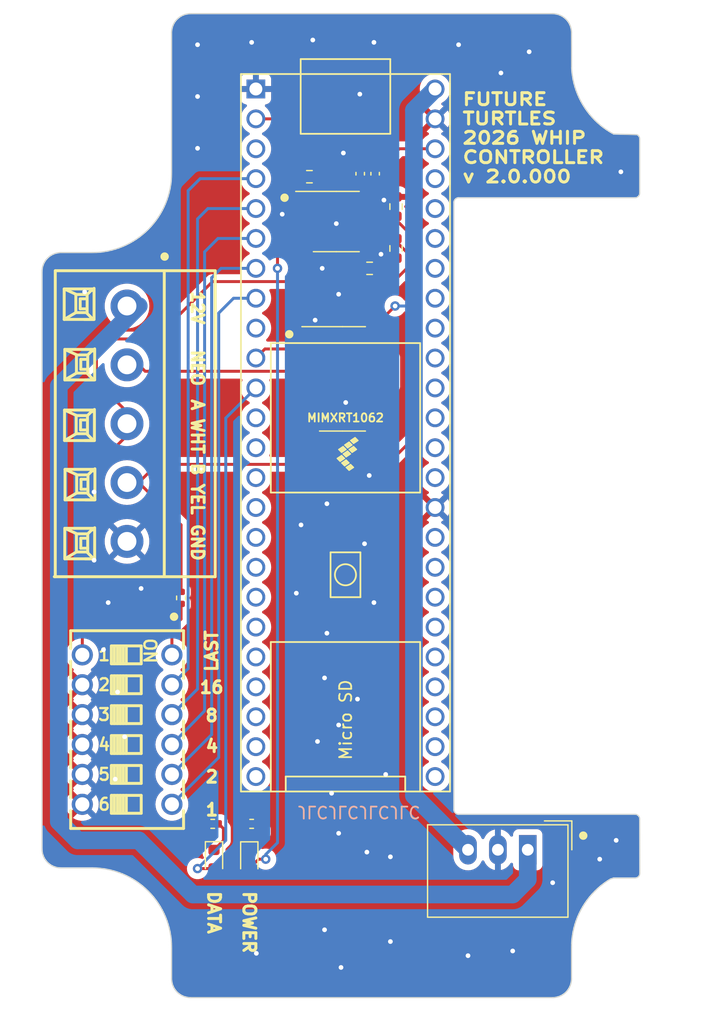
<source format=kicad_pcb>
(kicad_pcb (version 20221018) (generator pcbnew)
  (layers (0 "F.Cu" signal) (31 "B.Cu" signal) (34 "B.Paste" user) (35 "F.Paste" user) (36 "B.SilkS" user "B.Silkscreen") (37 "F.SilkS" user "F.Silkscreen") (38 "B.Mask" user) (39 "F.Mask" user) (44 "Edge.Cuts" user))
  (net 0 "")
  (net 1 "+3.3V")
  (net 2 "GND")
  (net 3 "+5V")
  (net 4 "/RXLED")
  (net 5 "/12VDC")
  (net 6 "/NEO")
  (net 7 "Net-(U2-DI)")
  (net 8 "/RX")
  (net 9 "Net-(R5-Pad1)")
  (net 10 "Net-(U6-6_OUT1D)")
  (net 11 "Net-(U6-5_IN2)")
  (net 12 "Net-(U6-4_BCLK2)")
  (net 13 "Net-(U6-3_LRCLK2)")
  (net 14 "Net-(U6-2_OUT2)")
  (net 15 "/NEO3")
  (net 54 "Net-(D2-K)")
  (net 55 "Net-(D1-K)")
  (net 56 "/RS422-A")
  (net 57 "/RS422-B")
  (footprint "Joels KiCad Footprint Library:DongGuan_DSWB06LHGET_6_PIN_DIP" (layer "F.Cu") (at 176.41 110.39 -90)
    (fp_text reference "SW1" hide)
    (fp_text value "DSWB06LHGET" hide)
  )
  (footprint "Resistor_SMD:R_0402_1005Metric" (layer "F.Cu") (at 183.69 118.4 180)
    (fp_text reference "R9" hide)
    (fp_text value "470" hide)
  )
  (footprint "Resistor_SMD:R_0402_1005Metric" (layer "F.Cu") (at 187 118.4 180)
    (fp_text reference "R6" hide)
    (fp_text value "470" hide)
  )
  (footprint "Package_SO:SOIC-8_3.9x4.9mm_P1.27mm" (layer "F.Cu") (at 194.2 67.224)
    (fp_text reference "U2" hide)
    (fp_text value "MAX485ESA+T" hide)
  )
  (footprint "Resistor_SMD:R_0603_1608Metric" (layer "F.Cu") (at 197.032 71.2 180)
    (fp_text reference "R3" hide)
    (fp_text value "10K" hide)
  )
  (footprint "Resistor_SMD:R_0402_1005Metric" (layer "F.Cu") (at 181 99.2 90)
    (fp_text reference "R5" hide)
    (fp_text value "120" hide)
  )
  (footprint "Joels KiCad Footprint Library:Dorabo_DB103-5.0-5P-GN-S" (layer "F.Cu") (at 176.4 84.4 -90)
    (fp_text reference "J2" hide)
    (fp_text value "Conn_01x05_Socket")
  )
  (footprint "Converter_DCDC:Converter_DCDC_TRACO_TSR-1_THT" (layer "F.Cu") (at 210.48 120.6 180)
    (fp_text reference "U4" hide)
    (fp_text value "TSR_1-2450" hide)
  )
  (footprint "LED_SMD:LED_0603_1608Metric" (layer "F.Cu") (at 183.8 121.4 -90)
    (fp_text reference "D2" hide)
    (fp_text value "LED" hide)
  )
  (footprint "Resistor_SMD:R_0603_1608Metric" (layer "F.Cu") (at 191.914 63.414 180)
    (fp_text reference "R4" hide)
    (fp_text value "10K" hide)
  )
  (footprint "Capacitor_SMD:C_0402_1005Metric" (layer "F.Cu") (at 197.502 63.16 90)
    (fp_text reference "C1" hide)
    (fp_text value "0.1uF" hide)
  )
  (footprint "Resistor_SMD:R_0603_1608Metric" (layer "F.Cu") (at 199.28 69.51 90)
    (fp_text reference "R1" hide)
    (fp_text value "20K" hide)
  )
  (footprint "Package_SO:SOIC-14_3.9x8.7mm_P1.27mm" (layer "F.Cu") (at 194.725 80.59)
    (fp_text reference "U3" hide)
    (fp_text value "SN74AHCT125DR" hide)
  )
  (footprint "LED_SMD:LED_0603_1608Metric" (layer "F.Cu") (at 186.8 121.4125 -90)
    (fp_text reference "D1" hide)
    (fp_text value "LED" hide)
  )
  (footprint "Joels KiCad Footprint Library:Teensy41_Minimal" (layer "F.Cu") (at 194.98 85.17 -90)
    (fp_text reference "U6" hide)
    (fp_text value "Teensy4.1_Minimal" hide)
  )
  (footprint "Capacitor_SMD:C_0402_1005Metric" (layer "F.Cu") (at 196.232 63.16 90)
    (fp_text reference "C2" hide)
    (fp_text value "10uF" hide)
  )
  (footprint "Resistor_SMD:R_0603_1608Metric" (layer "F.Cu") (at 199.28 65.954 -90)
    (fp_text reference "R2" hide)
    (fp_text value "20K" hide)
  )
  (gr_circle (center 189.8 65.2) (end 190.082843 65.2) (stroke (width 0.15)) (fill solid) (layer "F.SilkS"))
  (gr_circle (center 180.4 100.8) (end 180.682843 100.8) (stroke (width 0.15)) (fill solid) (layer "F.SilkS"))
  (gr_circle (center 190.2 76.8) (end 190.482843 76.8) (stroke (width 0.15)) (fill solid) (layer "F.SilkS"))
  (gr_circle (center 215.2 119.4) (end 215.482843 119.4) (stroke (width 0.15)) (fill solid) (layer "F.SilkS"))
  (gr_circle (center 179.6 70.2) (end 179.882843 70.2) (stroke (width 0.15)) (fill solid) (layer "F.SilkS"))
  (gr_line (start 178.869265 124.873429) (end 179.059558 125.144164) (stroke (width 0.1)) (layer "Edge.Cuts"))
  (gr_line (start 214.007885 132.316046) (end 214.043551 132.246411) (stroke (width 0.1)) (layer "Edge.Cuts"))
  (gr_line (start 169.645809 70.333258) (end 169.590585 70.391286) (stroke (width 0.1)) (layer "Edge.Cuts"))
  (gr_line (start 180.513629 132.512526) (end 180.561571 132.573534) (stroke (width 0.1)) (layer "Edge.Cuts"))
  (gr_line (start 169.590585 70.391286) (end 169.538526 70.451712) (stroke (width 0.1)) (layer "Edge.Cuts"))
  (gr_line (start 215.336051 125.144164) (end 215.526344 124.873429) (stroke (width 0.1)) (layer "Edge.Cuts"))
  (gr_line (start 178.447875 124.359224) (end 178.665294 124.611597) (stroke (width 0.1)) (layer "Edge.Cuts"))
  (gr_line (start 179.398193 66.291402) (end 179.235943 66.578289) (stroke (width 0.1)) (layer "Edge.Cuts"))
  (gr_line (start 220.013316 122.586684) (end 220 117.986684) (stroke (width 0.1)) (layer "Edge.Cuts"))
  (gr_line (start 169.891799 121.869961) (end 169.958623 121.912193) (stroke (width 0.1)) (layer "Edge.Cuts"))
  (gr_line (start 213.92699 132.449203) (end 213.968998 132.383677) (stroke (width 0.1)) (layer "Edge.Cuts"))
  (gr_line (start 214.184203 131.792191) (end 214.194475 131.711367) (stroke (width 0.1)) (layer "Edge.Cuts"))
  (gr_line (start 214.202816 128.886301) (end 214.211105 128.551837) (stroke (width 0.1)) (layer "Edge.Cuts"))
  (gr_line (start 180.194775 51.096223) (end 180.192791 51.176309) (stroke (width 0.1)) (layer "Edge.Cuts"))
  (gr_line (start 214.130202 132.026494) (end 214.151966 131.949856) (stroke (width 0.1)) (layer "Edge.Cuts"))
  (gr_line (start 180.290793 132.101547) (end 180.319708 132.174885) (stroke (width 0.1)) (layer "Edge.Cuts"))
  (gr_line (start 170.097726 70.015078) (end 170.0273 70.050486) (stroke (width 0.1)) (layer "Edge.Cuts"))
  (gr_line (start 180.426598 132.383685) (end 180.468604 132.449209) (stroke (width 0.1)) (layer "Edge.Cuts"))
  (gr_line (start 212.913288 133.128444) (end 212.991422 133.110408) (stroke (width 0.1)) (layer "Edge.Cuts"))
  (gr_line (start 178.665294 67.389944) (end 178.447875 67.642317) (stroke (width 0.1)) (layer "Edge.Cuts"))
  (gr_line (start 214.235821 54.502971) (end 214.211105 54.170777) (stroke (width 0.1)) (layer "Edge.Cuts"))
  (gr_line (start 169.267356 70.930694) (end 169.242595 71.00553) (stroke (width 0.1)) (layer "Edge.Cuts"))
  (gr_line (start 180.319708 132.174885) (end 180.352048 132.246421) (stroke (width 0.1)) (layer "Edge.Cuts"))
  (gr_line (start 213.357612 132.966324) (end 213.425243 132.927436) (stroke (width 0.1)) (layer "Edge.Cuts"))
  (gr_line (start 180.561571 132.573534) (end 180.61233 132.632132) (stroke (width 0.1)) (layer "Edge.Cuts"))
  (gr_line (start 181.648167 49.569221) (end 181.5693 49.579017) (stroke (width 0.1)) (layer "Edge.Cuts"))
  (gr_line (start 177.460664 123.464822) (end 177.722495 123.668794) (stroke (width 0.1)) (layer "Edge.Cuts"))
  (gr_line (start 169.489688 70.514403) (end 169.444125 70.579226) (stroke (width 0.1)) (layer "Edge.Cuts"))
  (gr_line (start 178.665294 124.611597) (end 178.869265 124.873429) (stroke (width 0.1)) (layer "Edge.Cuts"))
  (gr_line (start 213.132349 49.655881) (end 213.057513 49.631122) (stroke (width 0.1)) (layer "Edge.Cuts"))
  (gr_line (start 180.184516 128.551837) (end 180.192806 128.886301) (stroke (width 0.1)) (layer "Edge.Cuts"))
  (gr_line (start 213.931477 50.280293) (end 213.885914 50.215468) (stroke (width 0.1)) (layer "Edge.Cuts"))
  (gr_line (start 169.444125 70.579226) (end 169.401892 70.646049) (stroke (width 0.1)) (layer "Edge.Cuts"))
  (gr_line (start 169.267365 121.070855) (end 169.29573 121.144354) (stroke (width 0.1)) (layer "Edge.Cuts"))
  (gr_line (start 214.108246 50.631763) (end 214.079881 50.558264) (stroke (width 0.1)) (layer "Edge.Cuts"))
  (gr_line (start 212.752934 133.152921) (end 212.833758 133.142648) (stroke (width 0.1)) (layer "Edge.Cuts"))
  (gr_line (start 178.447875 67.642317) (end 178.217235 67.88468) (stroke (width 0.1)) (layer "Edge.Cuts"))
  (gr_line (start 180.387712 132.316055) (end 180.426598 132.383685) (stroke (width 0.1)) (layer "Edge.Cuts"))
  (gr_line (start 214.59778 56.110538) (end 214.494367 55.797988) (stroke (width 0.1)) (layer "Edge.Cuts"))
  (gr_line (start 173.782262 69.851946) (end 173.447796 69.860235) (stroke (width 0.1)) (layer "Edge.Cuts"))
  (gr_line (start 214.202816 131.546244) (end 214.202816 128.886301) (stroke (width 0.1)) (layer "Edge.Cuts"))
  (gr_line (start 175.409483 122.432851) (end 175.722034 122.536262) (stroke (width 0.1)) (layer "Edge.Cuts"))
  (gr_line (start 181.327517 133.088627) (end 181.404155 133.11039) (stroke (width 0.1)) (layer "Edge.Cuts"))
  (gr_line (start 216.178379 58.605722) (end 215.947737 58.36336) (stroke (width 0.1)) (layer "Edge.Cuts"))
  (gr_line (start 170.243268 122.046732) (end 170.318105 122.071493) (stroke (width 0.1)) (layer "Edge.Cuts"))
  (gr_line (start 180.184516 63.449705) (end 180.1598 63.781899) (stroke (width 0.1)) (layer "Edge.Cuts"))
  (gr_line (start 179.235943 66.578289) (end 179.059558 66.857377) (stroke (width 0.1)) (layer "Edge.Cuts"))
  (gr_line (start 215.526344 57.849158) (end 215.336051 57.578424) (stroke (width 0.1)) (layer "Edge.Cuts"))
  (gr_line (start 181.724658 133.159132) (end 181.807766 133.161234) (stroke (width 0.1)) (layer "Edge.Cuts"))
  (gr_line (start 213.057513 49.631122) (end 212.98147 49.610022) (stroke (width 0.1)) (layer "Edge.Cuts"))
  (gr_line (start 169.70384 70.278031) (end 169.645809 70.333258) (stroke (width 0.1)) (layer "Edge.Cuts"))
  (gr_line (start 213.837076 50.152774) (end 213.785017 50.092345) (stroke (width 0.1)) (layer "Edge.Cuts"))
  (gr_line (start 180.118886 127.890269) (end 180.1598 128.219642) (stroke (width 0.1)) (layer "Edge.Cuts"))
  (gr_line (start 170.628183 122.133402) (end 170.707723 122.139321) (stroke (width 0.1)) (layer "Edge.Cuts"))
  (gr_line (start 214.849534 126.004272) (end 214.997417 125.710139) (stroke (width 0.1)) (layer "Edge.Cuts"))
  (gr_line (start 170.707723 122.139321) (end 170.787807 122.141306) (stroke (width 0.1)) (layer "Edge.Cuts"))
  (gr_line (start 214.194475 131.711367) (end 214.200713 131.629351) (stroke (width 0.1)) (layer "Edge.Cuts"))
  (gr_line (start 214.171497 50.859758) (end 214.154109 50.782642) (stroke (width 0.1)) (layer "Edge.Cuts"))
  (gr_line (start 179.797833 126.612063) (end 179.901248 126.924616) (stroke (width 0.1)) (layer "Edge.Cuts"))
  (gr_line (start 214.406236 127.242204) (end 214.494367 126.924616) (stroke (width 0.1)) (layer "Edge.Cuts"))
  (gr_line (start 214.104811 132.101533) (end 214.130202 132.026494) (stroke (width 0.1)) (layer "Edge.Cuts"))
  (gr_line (start 170.394136 69.908939) (end 170.318093 69.93004) (stroke (width 0.1)) (layer "Edge.Cuts"))
  (gr_line (start 212.833758 133.142648) (end 212.913288 133.128444) (stroke (width 0.1)) (layer "Edge.Cuts"))
  (gr_line (start 169.180689 71.315605) (end 169.174771 71.395144) (stroke (width 0.1)) (layer "Edge.Cuts"))
  (gr_line (start 181.338082 49.631122) (end 181.263244 49.655881) (stroke (width 0.1)) (layer "Edge.Cuts"))
  (gr_line (start 173.447796 69.860235) (end 170.787807 69.860235) (stroke (width 0.1)) (layer "Edge.Cuts"))
  (gr_line (start 216.934948 123.464822) (end 217.205684 123.274528) (stroke (width 0.1)) (layer "Edge.Cuts"))
  (gr_line (start 213.834019 132.573531) (end 213.881963 132.512521) (stroke (width 0.1)) (layer "Edge.Cuts"))
  (gr_line (start 177.722495 68.332738) (end 177.460664 68.536708) (stroke (width 0.1)) (layer "Edge.Cuts"))
  (gr_line (start 175.091896 122.344722) (end 175.409483 122.432851) (stroke (width 0.1)) (layer "Edge.Cuts"))
  (gr_line (start 213.881963 132.512521) (end 213.92699 132.449203) (stroke (width 0.1)) (layer "Edge.Cuts"))
  (gr_line (start 180.192791 51.176309) (end 180.192806 63.11524) (stroke (width 0.1)) (layer "Edge.Cuts"))
  (gr_line (start 170.787807 122.141306) (end 173.447796 122.141306) (stroke (width 0.1)) (layer "Edge.Cuts"))
  (gr_line (start 180.841497 132.840395) (end 180.904814 132.885421) (stroke (width 0.1)) (layer "Edge.Cuts"))
  (gr_line (start 179.546077 126.004272) (end 179.679367 126.305097) (stroke (width 0.1)) (layer "Edge.Cuts"))
  (gr_line (start 214.133007 50.706599) (end 214.108246 50.631763) (stroke (width 0.1)) (layer "Edge.Cuts"))
  (gr_line (start 212.904355 49.592635) (end 212.826299 49.579017) (stroke (width 0.1)) (layer "Edge.Cuts"))
  (gr_line (start 181.107603 133.001979) (end 181.17914 133.034321) (stroke (width 0.1)) (layer "Edge.Cuts"))
  (gr_arc (start 204.6 117.586684) (mid 204.317157 117.469527) (end 204.2 117.186684) (stroke (width 0.1)) (layer "Edge.Cuts"))
  (gr_line (start 170.318105 122.071493) (end 170.394147 122.092596) (stroke (width 0.1)) (layer "Edge.Cuts"))
  (gr_line (start 180.904814 132.885421) (end 180.970338 132.927428) (stroke (width 0.1)) (layer "Edge.Cuts"))
  (gr_line (start 169.401904 121.355497) (end 169.444138 121.422319) (stroke (width 0.1)) (layer "Edge.Cuts"))
  (gr_line (start 181.491242 49.592635) (end 181.414125 49.610022) (stroke (width 0.1)) (layer "Edge.Cuts"))
  (gr_line (start 180.978597 49.790408) (end 180.911773 49.832639) (stroke (width 0.1)) (layer "Edge.Cuts"))
  (gr_line (start 213.97371 50.347117) (end 213.931477 50.280293) (stroke (width 0.1)) (layer "Edge.Cuts"))
  (gr_line (start 177.97487 68.115319) (end 177.722495 68.332738) (stroke (width 0.1)) (layer "Edge.Cuts"))
  (gr_line (start 180.383037 50.415809) (end 180.34763 50.486235) (stroke (width 0.1)) (layer "Edge.Cuts"))
  (gr_line (start 213.785017 50.092345) (end 213.729793 50.034311) (stroke (width 0.1)) (layer "Edge.Cuts"))
  (gr_line (start 181.807766 133.161234) (end 212.58781 133.161264) (stroke (width 0.1)) (layer "Edge.Cuts"))
  (gr_line (start 212.991422 133.110408) (end 213.06806 133.088644) (stroke (width 0.1)) (layer "Edge.Cuts"))
  (gr_line (start 213.968998 132.383677) (end 214.007885 132.316046) (stroke (width 0.1)) (layer "Edge.Cuts"))
  (gr_line (start 214.200831 51.096223) (end 214.194913 51.016681) (stroke (width 0.1)) (layer "Edge.Cuts"))
  (gr_line (start 214.194913 51.016681) (end 214.185117 50.937815) (stroke (width 0.1)) (layer "Edge.Cuts"))
  (gr_line (start 216.178379 124.116861) (end 216.420743 123.886217) (stroke (width 0.1)) (layer "Edge.Cuts"))
  (gr_line (start 215.526344 124.873429) (end 215.730316 124.611597) (stroke (width 0.1)) (layer "Edge.Cuts"))
  (gr_line (start 213.216439 133.034333) (end 213.287977 133.00199) (stroke (width 0.1)) (layer "Edge.Cuts"))
  (gr_line (start 212.667894 49.563304) (end 212.58781 49.561319) (stroke (width 0.1)) (layer "Edge.Cuts"))
  (gr_line (start 169.1807 120.685924) (end 169.190495 120.764794) (stroke (width 0.1)) (layer "Edge.Cuts"))
  (gr_line (start 177.460664 68.536708) (end 177.189928 68.727) (stroke (width 0.1)) (layer "Edge.Cuts"))
  (gr_line (start 213.671762 49.97909) (end 213.611335 49.927034) (stroke (width 0.1)) (layer "Edge.Cuts"))
  (gr_line (start 169.826975 121.824398) (end 169.891799 121.869961) (stroke (width 0.1)) (layer "Edge.Cuts"))
  (gr_line (start 181.189745 49.684244) (end 181.117715 49.716156) (stroke (width 0.1)) (layer "Edge.Cuts"))
  (gr_line (start 177.189928 123.274528) (end 177.460664 123.464822) (stroke (width 0.1)) (layer "Edge.Cuts"))
  (gr_line (start 179.679367 126.305097) (end 179.797833 126.612063) (stroke (width 0.1)) (layer "Edge.Cuts"))
  (gr_line (start 169.221493 71.081572) (end 169.204105 71.158687) (stroke (width 0.1)) (layer "Edge.Cuts"))
  (gr_line (start 170.09774 121.986451) (end 170.169769 122.018366) (stroke (width 0.1)) (layer "Edge.Cuts"))
  (gr_line (start 174.769828 69.729435) (end 174.443832 69.786316) (stroke (width 0.1)) (layer "Edge.Cuts"))
  (gr_line (start 179.546077 65.997269) (end 179.398193 66.291402) (stroke (width 0.1)) (layer "Edge.Cuts"))
  (gr_line (start 213.287977 133.00199) (end 213.357612 132.966324) (stroke (width 0.1)) (layer "Edge.Cuts"))
  (gr_line (start 174.443832 122.215222) (end 174.769828 122.272102) (stroke (width 0.1)) (layer "Edge.Cuts"))
  (gr_line (start 213.729784 132.688219) (end 213.783258 132.632131) (stroke (width 0.1)) (layer "Edge.Cuts"))
  (gr_line (start 179.98938 127.242204) (end 180.062003 127.564272) (stroke (width 0.1)) (layer "Edge.Cuts"))
  (gr_line (start 204.2 65.6) (end 204.2 117.186684) (stroke (width 0.1)) (layer "Edge.Cuts"))
  (gr_line (start 214.151966 131.949856) (end 214.17 131.871721) (stroke (width 0.1)) (layer "Edge.Cuts"))
  (gr_line (start 176.91084 68.903384) (end 176.623955 69.065632) (stroke (width 0.1)) (layer "Edge.Cuts"))
  (gr_line (start 170.318093 69.93004) (end 170.243255 69.9548) (stroke (width 0.1)) (layer "Edge.Cuts"))
  (gr_line (start 180.287354 50.631763) (end 180.262594 50.706599) (stroke (width 0.1)) (layer "Edge.Cuts"))
  (gr_line (start 169.764268 70.225971) (end 169.70384 70.278031) (stroke (width 0.1)) (layer "Edge.Cuts"))
  (gr_line (start 169.29573 121.144354) (end 169.327645 121.216382) (stroke (width 0.1)) (layer "Edge.Cuts"))
  (gr_line (start 180.194906 131.629379) (end 180.201141 131.711393) (stroke (width 0.1)) (layer "Edge.Cuts"))
  (gr_line (start 175.722034 122.536262) (end 176.028999 122.654726) (stroke (width 0.1)) (layer "Edge.Cuts"))
  (gr_line (start 213.416994 49.790408) (end 213.348303 49.751562) (stroke (width 0.1)) (layer "Edge.Cuts"))
  (gr_line (start 169.363055 121.286807) (end 169.401904 121.355497) (stroke (width 0.1)) (layer "Edge.Cuts"))
  (gr_line (start 180.200693 51.016681) (end 180.194775 51.096223) (stroke (width 0.1)) (layer "Edge.Cuts"))
  (gr_line (start 170.787807 69.860235) (end 170.70772 69.86222) (stroke (width 0.1)) (layer "Edge.Cuts"))
  (gr_line (start 180.421885 50.347117) (end 180.383037 50.415809) (stroke (width 0.1)) (layer "Edge.Cuts"))
  (gr_line (start 217.205684 59.448047) (end 216.934948 59.257753) (stroke (width 0.1)) (layer "Edge.Cuts"))
  (gr_line (start 177.97487 123.886217) (end 178.217235 124.116861) (stroke (width 0.1)) (layer "Edge.Cuts"))
  (gr_line (start 176.028999 69.346804) (end 175.722034 69.465269) (stroke (width 0.1)) (layer "Edge.Cuts"))
  (gr_line (start 216.673117 123.668794) (end 216.934948 123.464822) (stroke (width 0.1)) (layer "Edge.Cuts"))
  (gr_arc (start 204.2 65.6) (mid 204.317157 65.317157) (end 204.6 65.2) (stroke (width 0.1)) (layer "Edge.Cuts"))
  (gr_line (start 169.242603 120.996017) (end 169.267365 121.070855) (stroke (width 0.1)) (layer "Edge.Cuts"))
  (gr_line (start 169.764283 121.775561) (end 169.826975 121.824398) (stroke (width 0.1)) (layer "Edge.Cuts"))
  (gr_line (start 215.730316 124.611597) (end 215.947737 124.359224) (stroke (width 0.1)) (layer "Edge.Cuts"))
  (gr_line (start 179.679367 65.696444) (end 179.546077 65.997269) (stroke (width 0.1)) (layer "Edge.Cuts"))
  (gr_line (start 180.509679 50.215468) (end 180.464116 50.280293) (stroke (width 0.1)) (layer "Edge.Cuts"))
  (gr_line (start 169.174771 71.395144) (end 169.172786 71.475226) (stroke (width 0.1)) (layer "Edge.Cuts"))
  (gr_line (start 217.484771 59.624434) (end 217.205684 59.448047) (stroke (width 0.1)) (layer "Edge.Cuts"))
  (gr_line (start 169.401892 70.646049) (end 169.363044 70.71474) (stroke (width 0.1)) (layer "Edge.Cuts"))
  (gr_line (start 180.558516 50.152774) (end 180.509679 50.215468) (stroke (width 0.1)) (layer "Edge.Cuts"))
  (gr_line (start 169.958623 121.912193) (end 170.027314 121.951042) (stroke (width 0.1)) (layer "Edge.Cuts"))
  (gr_line (start 174.114459 69.82723) (end 173.782262 69.851946) (stroke (width 0.1)) (layer "Edge.Cuts"))
  (gr_line (start 216.934948 59.257753) (end 216.673117 59.053782) (stroke (width 0.1)) (layer "Edge.Cuts"))
  (gr_line (start 181.404155 133.11039) (end 181.482289 133.128423) (stroke (width 0.1)) (layer "Edge.Cuts"))
  (gr_line (start 213.425243 132.927436) (end 213.490769 132.885427) (stroke (width 0.1)) (layer "Edge.Cuts"))
  (gr_line (start 212.58781 133.161264) (end 212.670918 133.15916) (stroke (width 0.1)) (layer "Edge.Cuts"))
  (gr_line (start 180.243643 131.949874) (end 180.265404 132.02651) (stroke (width 0.1)) (layer "Edge.Cuts"))
  (gr_line (start 179.235943 125.423252) (end 179.398193 125.710139) (stroke (width 0.1)) (layer "Edge.Cuts"))
  (gr_line (start 213.885914 50.215468) (end 213.837076 50.152774) (stroke (width 0.1)) (layer "Edge.Cuts"))
  (gr_line (start 212.826299 49.579017) (end 212.747435 49.569221) (stroke (width 0.1)) (layer "Edge.Cuts"))
  (gr_line (start 180.665798 50.034311) (end 180.610574 50.092345) (stroke (width 0.1)) (layer "Edge.Cuts"))
  (gr_line (start 180.1598 63.781899) (end 180.118886 64.111272) (stroke (width 0.1)) (layer "Edge.Cuts"))
  (gr_line (start 169.5906 121.610255) (end 169.645824 121.668283) (stroke (width 0.1)) (layer "Edge.Cuts"))
  (gr_line (start 181.047289 49.751562) (end 180.978597 49.790408) (stroke (width 0.1)) (layer "Edge.Cuts"))
  (gr_line (start 176.329823 69.213515) (end 176.028999 69.346804) (stroke (width 0.1)) (layer "Edge.Cuts"))
  (gr_line (start 177.722495 123.668794) (end 177.97487 123.886217) (stroke (width 0.1)) (layer "Edge.Cuts"))
  (gr_line (start 170.169769 122.018366) (end 170.243268 122.046732) (stroke (width 0.1)) (layer "Edge.Cuts"))
  (gr_line (start 181.17914 133.034321) (end 181.252479 133.063237) (stroke (width 0.1)) (layer "Edge.Cuts"))
  (gr_line (start 212.747435 49.569221) (end 212.667894 49.563304) (stroke (width 0.1)) (layer "Edge.Cuts"))
  (gr_line (start 176.623955 69.065632) (end 176.329823 69.213515) (stroke (width 0.1)) (layer "Edge.Cuts"))
  (gr_line (start 173.782262 122.149595) (end 174.114459 122.17431) (stroke (width 0.1)) (layer "Edge.Cuts"))
  (gr_line (start 180.846949 49.878199) (end 180.784257 49.927034) (stroke (width 0.1)) (layer "Edge.Cuts"))
  (gr_line (start 178.217235 124.116861) (end 178.447875 124.359224) (stroke (width 0.1)) (layer "Edge.Cuts"))
  (gr_line (start 214.59778 126.612063) (end 214.716245 126.305097) (stroke (width 0.1)) (layer "Edge.Cuts"))
  (gr_line (start 181.037968 132.966315) (end 181.107603 133.001979) (stroke (width 0.1)) (layer "Edge.Cuts"))
  (gr_line (start 214.211105 128.551837) (end 214.235821 128.219642) (stroke (width 0.1)) (layer "Edge.Cuts"))
  (gr_line (start 179.797833 65.389478) (end 179.679367 65.696444) (stroke (width 0.1)) (layer "Edge.Cuts"))
  (gr_line (start 180.062003 127.564272) (end 180.118886 127.890269) (stroke (width 0.1)) (layer "Edge.Cuts"))
  (gr_line (start 214.047967 50.486235) (end 214.012558 50.415809) (stroke (width 0.1)) (layer "Edge.Cuts"))
  (gr_line (start 169.489702 121.487141) (end 169.538541 121.54983) (stroke (width 0.1)) (layer "Edge.Cuts"))
  (gr_line (start 213.483818 49.832639) (end 213.416994 49.790408) (stroke (width 0.1)) (layer "Edge.Cuts"))
  (gr_line (start 180.1598 128.219642) (end 180.184516 128.551837) (stroke (width 0.1)) (layer "Edge.Cuts"))
  (gr_line (start 173.447796 122.141306) (end 173.782262 122.149595) (stroke (width 0.1)) (layer "Edge.Cuts"))
  (gr_line (start 180.665804 132.688219) (end 180.72189 132.741693) (stroke (width 0.1)) (layer "Edge.Cuts"))
  (gr_line (start 214.849534 56.718324) (end 214.716245 56.417501) (stroke (width 0.1)) (layer "Edge.Cuts"))
  (gr_line (start 214.154109 50.782642) (end 214.133007 50.706599) (stroke (width 0.1)) (layer "Edge.Cuts"))
  (gr_line (start 180.780488 132.792452) (end 180.841497 132.840395) (stroke (width 0.1)) (layer "Edge.Cuts"))
  (gr_line (start 213.205848 49.684244) (end 213.132349 49.655881) (stroke (width 0.1)) (layer "Edge.Cuts"))
  (gr_line (start 169.363044 70.71474) (end 169.327635 70.785166) (stroke (width 0.1)) (layer "Edge.Cuts"))
  (gr_line (start 213.490769 132.885427) (end 213.554087 132.8404) (stroke (width 0.1)) (layer "Edge.Cuts"))
  (gr_line (start 214.235821 128.219642) (end 214.276734 127.890269) (stroke (width 0.1)) (layer "Edge.Cuts"))
  (gr_line (start 179.059558 66.857377) (end 178.869265 67.128113) (stroke (width 0.1)) (layer "Edge.Cuts"))
  (gr_line (start 180.72189 132.741693) (end 180.780488 132.792452) (stroke (width 0.1)) (layer "Edge.Cuts"))
  (gr_line (start 181.642642 133.152896) (end 181.724658 133.159132) (stroke (width 0.1)) (layer "Edge.Cuts"))
  (gr_line (start 180.192806 131.546274) (end 180.194906 131.629379) (stroke (width 0.1)) (layer "Edge.Cuts"))
  (gr_line (start 180.61233 132.632132) (end 180.665804 132.688219) (stroke (width 0.1)) (layer "Edge.Cuts"))
  (gr_line (start 213.729793 50.034311) (end 213.671762 49.97909) (stroke (width 0.1)) (layer "Edge.Cuts"))
  (gr_line (start 170.549311 69.877933) (end 170.471253 69.891552) (stroke (width 0.1)) (layer "Edge.Cuts"))
  (gr_line (start 204.6 117.586684) (end 219.6 117.586684) (stroke (width 0.1)) (layer "Edge.Cuts"))
  (gr_line (start 169.82696 70.177131) (end 169.764268 70.225971) (stroke (width 0.1)) (layer "Edge.Cuts"))
  (gr_line (start 180.970338 132.927428) (end 181.037968 132.966315) (stroke (width 0.1)) (layer "Edge.Cuts"))
  (gr_line (start 215.159666 57.299338) (end 214.997417 57.012454) (stroke (width 0.1)) (layer "Edge.Cuts"))
  (gr_line (start 170.0273 70.050486) (end 169.958608 70.089334) (stroke (width 0.1)) (layer "Edge.Cuts"))
  (gr_line (start 214.716245 126.305097) (end 214.849534 126.004272) (stroke (width 0.1)) (layer "Edge.Cuts"))
  (gr_line (start 170.549318 122.123606) (end 170.628183 122.133402) (stroke (width 0.1)) (layer "Edge.Cuts"))
  (gr_line (start 217.205684 123.274528) (end 217.484771 123.098143) (stroke (width 0.1)) (layer "Edge.Cuts"))
  (gr_line (start 215.336051 57.578424) (end 215.159666 57.299338) (stroke (width 0.1)) (layer "Edge.Cuts"))
  (gr_line (start 214.997417 125.710139) (end 215.159666 125.423252) (stroke (width 0.1)) (layer "Edge.Cuts"))
  (gr_line (start 213.554087 132.8404) (end 213.615096 132.792455) (stroke (width 0.1)) (layer "Edge.Cuts"))
  (gr_line (start 214.043551 132.246411) (end 214.075893 132.174872) (stroke (width 0.1)) (layer "Edge.Cuts"))
  (gr_line (start 169.242595 71.00553) (end 169.221493 71.081572) (stroke (width 0.1)) (layer "Edge.Cuts"))
  (gr_line (start 214.185117 50.937815) (end 214.171497 50.859758) (stroke (width 0.1)) (layer "Edge.Cuts"))
  (gr_line (start 181.5693 49.579017) (end 181.491242 49.592635) (stroke (width 0.1)) (layer "Edge.Cuts"))
  (gr_line (start 176.623955 122.935895) (end 176.91084 123.098143) (stroke (width 0.1)) (layer "Edge.Cuts"))
  (gr_line (start 219.6 65.2) (end 204.6 65.2) (stroke (width 0.1)) (layer "Edge.Cuts"))
  (gr_line (start 219.6 123) (end 217.771657 123) (stroke (width 0.1)) (layer "Edge.Cuts"))
  (gr_line (start 181.252479 133.063237) (end 181.327517 133.088627) (stroke (width 0.1)) (layer "Edge.Cuts"))
  (gr_line (start 180.34763 50.486235) (end 180.315717 50.558264) (stroke (width 0.1)) (layer "Edge.Cuts"))
  (gr_line (start 213.611335 49.927034) (end 213.548642 49.878199) (stroke (width 0.1)) (layer "Edge.Cuts"))
  (gr_line (start 214.075893 132.174872) (end 214.104811 132.101533) (stroke (width 0.1)) (layer "Edge.Cuts"))
  (gr_line (start 179.398193 125.710139) (end 179.546077 126.004272) (stroke (width 0.1)) (layer "Edge.Cuts"))
  (gr_line (start 170.027314 121.951042) (end 170.09774 121.986451) (stroke (width 0.1)) (layer "Edge.Cuts"))
  (gr_line (start 214.333615 127.564272) (end 214.406236 127.242204) (stroke (width 0.1)) (layer "Edge.Cuts"))
  (gr_line (start 216.420743 123.886217) (end 216.673117 123.668794) (stroke (width 0.1)) (layer "Edge.Cuts"))
  (gr_line (start 214.276734 127.890269) (end 214.333615 127.564272) (stroke (width 0.1)) (layer "Edge.Cuts"))
  (gr_line (start 213.348303 49.751562) (end 213.277877 49.716156) (stroke (width 0.1)) (layer "Edge.Cuts"))
  (gr_line (start 175.722034 69.465269) (end 175.409483 69.568682) (stroke (width 0.1)) (layer "Edge.Cuts"))
  (gr_line (start 178.217235 67.88468) (end 177.97487 68.115319) (stroke (width 0.1)) (layer "Edge.Cuts"))
  (gr_line (start 180.262594 50.706599) (end 180.241494 50.782642) (stroke (width 0.1)) (layer "Edge.Cuts"))
  (gr_line (start 215.947737 124.359224) (end 216.178379 124.116861) (stroke (width 0.1)) (layer "Edge.Cuts"))
  (gr_line (start 176.91084 123.098143) (end 177.189928 123.274528) (stroke (width 0.1)) (layer "Edge.Cuts"))
  (gr_line (start 169.327635 70.785166) (end 169.295721 70.857195) (stroke (width 0.1)) (layer "Edge.Cuts"))
  (gr_line (start 215.159666 125.423252) (end 215.336051 125.144164) (stroke (width 0.1)) (layer "Edge.Cuts"))
  (gr_line (start 181.263244 49.655881) (end 181.189745 49.684244) (stroke (width 0.1)) (layer "Edge.Cuts"))
  (gr_line (start 212.98147 49.610022) (end 212.904355 49.592635) (stroke (width 0.1)) (layer "Edge.Cuts"))
  (gr_line (start 214.012558 50.415809) (end 213.97371 50.347117) (stroke (width 0.1)) (layer "Edge.Cuts"))
  (gr_line (start 214.17 131.871721) (end 214.184203 131.792191) (stroke (width 0.1)) (layer "Edge.Cuts"))
  (gr_line (start 212.670918 133.15916) (end 212.752934 133.152921) (stroke (width 0.1)) (layer "Edge.Cuts"))
  (gr_line (start 214.494367 55.797988) (end 214.406236 55.480403) (stroke (width 0.1)) (layer "Edge.Cuts"))
  (gr_line (start 214.079881 50.558264) (end 214.047967 50.486235) (stroke (width 0.1)) (layer "Edge.Cuts"))
  (gr_line (start 180.265404 132.02651) (end 180.290793 132.101547) (stroke (width 0.1)) (layer "Edge.Cuts"))
  (gr_line (start 214.494367 126.924616) (end 214.59778 126.612063) (stroke (width 0.1)) (layer "Edge.Cuts"))
  (gr_line (start 169.190485 71.236742) (end 169.180689 71.315605) (stroke (width 0.1)) (layer "Edge.Cuts"))
  (gr_arc (start 220 64.8) (mid 219.882843 65.082843) (end 219.6 65.2) (stroke (width 0.1)) (layer "Edge.Cuts"))
  (gr_line (start 220 64.8) (end 220 60.2) (stroke (width 0.1)) (layer "Edge.Cuts"))
  (gr_line (start 213.673696 132.741694) (end 213.729784 132.688219) (stroke (width 0.1)) (layer "Edge.Cuts"))
  (gr_line (start 169.295721 70.857195) (end 169.267356 70.930694) (stroke (width 0.1)) (layer "Edge.Cuts"))
  (gr_arc (start 219.778886 59.842229) (mid 219.940261 59.989708) (end 220 60.2) (stroke (width 0.1)) (layer "Edge.Cuts"))
  (gr_line (start 181.414125 49.610022) (end 181.338082 49.631122) (stroke (width 0.1)) (layer "Edge.Cuts"))
  (gr_line (start 217.771657 59.786684) (end 219.778886 59.842229) (stroke (width 0.1)) (layer "Edge.Cuts"))
  (gr_line (start 176.329823 122.788013) (end 176.623955 122.935895) (stroke (width 0.1)) (layer "Edge.Cuts"))
  (gr_line (start 174.114459 122.17431) (end 174.443832 122.215222) (stroke (width 0.1)) (layer "Edge.Cuts"))
  (gr_line (start 170.628178 69.868137) (end 170.549311 69.877933) (stroke (width 0.1)) (layer "Edge.Cuts"))
  (gr_line (start 181.807796 49.561319) (end 181.727709 49.563304) (stroke (width 0.1)) (layer "Edge.Cuts"))
  (gr_line (start 169.204114 120.842854) (end 169.221501 120.919972) (stroke (width 0.1)) (layer "Edge.Cuts"))
  (gr_line (start 169.538526 70.451712) (end 169.489688 70.514403) (stroke (width 0.1)) (layer "Edge.Cuts"))
  (gr_line (start 170.169756 69.983164) (end 170.097726 70.015078) (stroke (width 0.1)) (layer "Edge.Cuts"))
  (gr_line (start 213.783258 132.632131) (end 213.834019 132.573531) (stroke (width 0.1)) (layer "Edge.Cuts"))
  (gr_line (start 216.673117 59.053782) (end 216.420743 58.836362) (stroke (width 0.1)) (layer "Edge.Cuts"))
  (gr_line (start 179.901248 65.076925) (end 179.797833 65.389478) (stroke (width 0.1)) (layer "Edge.Cuts"))
  (gr_line (start 214.211105 54.170777) (end 214.202816 51.176309) (stroke (width 0.1)) (layer "Edge.Cuts"))
  (gr_line (start 170.471262 122.109985) (end 170.549318 122.123606) (stroke (width 0.1)) (layer "Edge.Cuts"))
  (gr_line (start 180.224107 50.859758) (end 180.210488 50.937815) (stroke (width 0.1)) (layer "Edge.Cuts"))
  (gr_line (start 181.117715 49.716156) (end 181.047289 49.751562) (stroke (width 0.1)) (layer "Edge.Cuts"))
  (gr_line (start 170.70772 69.86222) (end 170.628178 69.868137) (stroke (width 0.1)) (layer "Edge.Cuts"))
  (gr_line (start 179.059558 125.144164) (end 179.235943 125.423252) (stroke (width 0.1)) (layer "Edge.Cuts"))
  (gr_line (start 180.241494 50.782642) (end 180.224107 50.859758) (stroke (width 0.1)) (layer "Edge.Cuts"))
  (gr_line (start 214.200713 131.629351) (end 214.202816 131.546244) (stroke (width 0.1)) (layer "Edge.Cuts"))
  (gr_line (start 179.901248 126.924616) (end 179.98938 127.242204) (stroke (width 0.1)) (layer "Edge.Cuts"))
  (gr_line (start 169.645824 121.668283) (end 169.703855 121.723505) (stroke (width 0.1)) (layer "Edge.Cuts"))
  (gr_arc (start 220.013316 122.586684) (mid 219.892259 122.878943) (end 219.6 123) (stroke (width 0.1)) (layer "Edge.Cuts"))
  (gr_line (start 217.484771 123.098143) (end 217.771657 123) (stroke (width 0.1)) (layer "Edge.Cuts"))
  (gr_line (start 170.243255 69.9548) (end 170.169756 69.983164) (stroke (width 0.1)) (layer "Edge.Cuts"))
  (gr_line (start 169.327645 121.216382) (end 169.363055 121.286807) (stroke (width 0.1)) (layer "Edge.Cuts"))
  (gr_line (start 169.538541 121.54983) (end 169.5906 121.610255) (stroke (width 0.1)) (layer "Edge.Cuts"))
  (gr_line (start 178.869265 67.128113) (end 178.665294 67.389944) (stroke (width 0.1)) (layer "Edge.Cuts"))
  (gr_line (start 181.727709 49.563304) (end 181.648167 49.569221) (stroke (width 0.1)) (layer "Edge.Cuts"))
  (gr_line (start 169.190495 120.764794) (end 169.204114 120.842854) (stroke (width 0.1)) (layer "Edge.Cuts"))
  (gr_line (start 180.062003 64.437269) (end 179.98938 64.759337) (stroke (width 0.1)) (layer "Edge.Cuts"))
  (gr_line (start 214.202816 51.176309) (end 214.200831 51.096223) (stroke (width 0.1)) (layer "Edge.Cuts"))
  (gr_line (start 169.221501 120.919972) (end 169.242603 120.996017) (stroke (width 0.1)) (layer "Edge.Cuts"))
  (gr_line (start 169.703855 121.723505) (end 169.764283 121.775561) (stroke (width 0.1)) (layer "Edge.Cuts"))
  (gr_line (start 174.769828 122.272102) (end 175.091896 122.344722) (stroke (width 0.1)) (layer "Edge.Cuts"))
  (gr_line (start 181.482289 133.128423) (end 181.561818 133.142626) (stroke (width 0.1)) (layer "Edge.Cuts"))
  (gr_line (start 217.771657 59.786684) (end 217.484771 59.624434) (stroke (width 0.1)) (layer "Edge.Cuts"))
  (gr_line (start 179.98938 64.759337) (end 179.901248 65.076925) (stroke (width 0.1)) (layer "Edge.Cuts"))
  (gr_line (start 214.406236 55.480403) (end 214.333615 55.158337) (stroke (width 0.1)) (layer "Edge.Cuts"))
  (gr_line (start 180.911773 49.832639) (end 180.846949 49.878199) (stroke (width 0.1)) (layer "Edge.Cuts"))
  (gr_line (start 180.192806 63.11524) (end 180.184516 63.449705) (stroke (width 0.1)) (layer "Edge.Cuts"))
  (gr_line (start 213.06806 133.088644) (end 213.143099 133.063251) (stroke (width 0.1)) (layer "Edge.Cuts"))
  (gr_arc (start 219.6 117.586684) (mid 219.882843 117.703841) (end 220 117.986684) (stroke (width 0.1)) (layer "Edge.Cuts"))
  (gr_line (start 174.443832 69.786316) (end 174.114459 69.82723) (stroke (width 0.1)) (layer "Edge.Cuts"))
  (gr_line (start 214.276734 54.832342) (end 214.235821 54.502971) (stroke (width 0.1)) (layer "Edge.Cuts"))
  (gr_line (start 180.21141 131.792214) (end 180.225611 131.871742) (stroke (width 0.1)) (layer "Edge.Cuts"))
  (gr_line (start 213.548642 49.878199) (end 213.483818 49.832639) (stroke (width 0.1)) (layer "Edge.Cuts"))
  (gr_line (start 213.143099 133.063251) (end 213.216439 133.034333) (stroke (width 0.1)) (layer "Edge.Cuts"))
  (gr_line (start 213.277877 49.716156) (end 213.205848 49.684244) (stroke (width 0.1)) (layer "Edge.Cuts"))
  (gr_line (start 180.464116 50.280293) (end 180.421885 50.347117) (stroke (width 0.1)) (layer "Edge.Cuts"))
  (gr_line (start 214.333615 55.158337) (end 214.276734 54.832342) (stroke (width 0.1)) (layer "Edge.Cuts"))
  (gr_line (start 180.118886 64.111272) (end 180.062003 64.437269) (stroke (width 0.1)) (layer "Edge.Cuts"))
  (gr_line (start 175.409483 69.568682) (end 175.091896 69.656813) (stroke (width 0.1)) (layer "Edge.Cuts"))
  (gr_line (start 180.210488 50.937815) (end 180.200693 51.016681) (stroke (width 0.1)) (layer "Edge.Cuts"))
  (gr_line (start 180.352048 132.246421) (end 180.387712 132.316055) (stroke (width 0.1)) (layer "Edge.Cuts"))
  (gr_line (start 180.201141 131.711393) (end 180.21141 131.792214) (stroke (width 0.1)) (layer "Edge.Cuts"))
  (gr_line (start 212.58781 49.561319) (end 181.807796 49.561319) (stroke (width 0.1)) (layer "Edge.Cuts"))
  (gr_line (start 180.315717 50.558264) (end 180.287354 50.631763) (stroke (width 0.1)) (layer "Edge.Cuts"))
  (gr_line (start 177.189928 68.727) (end 176.91084 68.903384) (stroke (width 0.1)) (layer "Edge.Cuts"))
  (gr_line (start 214.997417 57.012454) (end 214.849534 56.718324) (stroke (width 0.1)) (layer "Edge.Cuts"))
  (gr_line (start 169.891784 70.131568) (end 169.82696 70.177131) (stroke (width 0.1)) (layer "Edge.Cuts"))
  (gr_line (start 170.471253 69.891552) (end 170.394136 69.908939) (stroke (width 0.1)) (layer "Edge.Cuts"))
  (gr_line (start 180.192806 128.886301) (end 180.192806 131.546274) (stroke (width 0.1)) (layer "Edge.Cuts"))
  (gr_line (start 216.420743 58.836362) (end 216.178379 58.605722) (stroke (width 0.1)) (layer "Edge.Cuts"))
  (gr_line (start 180.610574 50.092345) (end 180.558516 50.152774) (stroke (width 0.1)) (layer "Edge.Cuts"))
  (gr_line (start 180.225611 131.871742) (end 180.243643 131.949874) (stroke (width 0.1)) (layer "Edge.Cuts"))
  (gr_line (start 170.394147 122.092596) (end 170.471262 122.109985) (stroke (width 0.1)) (layer "Edge.Cuts"))
  (gr_line (start 169.444138 121.422319) (end 169.489702 121.487141) (stroke (width 0.1)) (layer "Edge.Cuts"))
  (gr_line (start 169.172786 71.475226) (end 169.172802 120.526285) (stroke (width 0.1)) (layer "Edge.Cuts"))
  (gr_line (start 180.468604 132.449209) (end 180.513629 132.512526) (stroke (width 0.1)) (layer "Edge.Cuts"))
  (gr_line (start 180.723829 49.97909) (end 180.665798 50.034311) (stroke (width 0.1)) (layer "Edge.Cuts"))
  (gr_line (start 215.730316 58.110988) (end 215.526344 57.849158) (stroke (width 0.1)) (layer "Edge.Cuts"))
  (gr_line (start 213.615096 132.792455) (end 213.673696 132.741694) (stroke (width 0.1)) (layer "Edge.Cuts"))
  (gr_line (start 169.958608 70.089334) (end 169.891784 70.131568) (stroke (width 0.1)) (layer "Edge.Cuts"))
  (gr_line (start 214.716245 56.417501) (end 214.59778 56.110538) (stroke (width 0.1)) (layer "Edge.Cuts"))
  (gr_line (start 169.204105 71.158687) (end 169.190485 71.236742) (stroke (width 0.1)) (layer "Edge.Cuts"))
  (gr_line (start 169.174784 120.606377) (end 169.1807 120.685924) (stroke (width 0.1)) (layer "Edge.Cuts"))
  (gr_line (start 176.028999 122.654726) (end 176.329823 122.788013) (stroke (width 0.1)) (layer "Edge.Cuts"))
  (gr_line (start 215.947737 58.36336) (end 215.730316 58.110988) (stroke (width 0.1)) (layer "Edge.Cuts"))
  (gr_line (start 169.172802 120.526285) (end 169.174784 120.606377) (stroke (width 0.1)) (layer "Edge.Cuts"))
  (gr_line (start 181.561818 133.142626) (end 181.642642 133.152896) (stroke (width 0.1)) (layer "Edge.Cuts"))
  (gr_line (start 175.091896 69.656813) (end 174.769828 69.729435) (stroke (width 0.1)) (layer "Edge.Cuts"))
  (gr_line (start 180.784257 49.927034) (end 180.723829 49.97909) (stroke (width 0.1)) (layer "Edge.Cuts"))
  (gr_text "JLCJLCJLCJLC" (at 190.8 116.8 180) (layer "B.SilkS") (effects (font (size 1.016 1.016) (thickness 0.1524)) (justify left bottom mirror)))
  (gr_text "12V" (at 181.8 73 270) (layer "F.SilkS") (effects (font (size 1.02 1) (thickness 1.6)) (justify left bottom)))
  (gr_text "1" (at 183.62 117.8) (layer "F.SilkS") (effects (font (size 1.02 1.016) (thickness 1.6)) (justify bottom)))
  (gr_text "8" (at 183.6 109.8) (layer "F.SilkS") (effects (font (size 1.02 1.016) (thickness 1.6)) (justify bottom)))
  (gr_text "NEO" (at 181.8 78 270) (layer "F.SilkS") (effects (font (size 1.02 1) (thickness 1.6)) (justify left bottom)))
  (gr_text "4" (at 183.62 112.4) (layer "F.SilkS") (effects (font (size 1.02 1.016) (thickness 1.6)) (justify bottom)))
  (gr_text "FUTURE \nTURTLES \n2026 WHIP \nCONTROLLER\nv 2.0.000" (at 204.8 64) (layer "F.SilkS") (effects (font (size 1.02 1.27) (thickness 0.3175)) (justify left bottom)))
  (gr_text "16" (at 183.6 107.4) (layer "F.SilkS") (effects (font (size 1.02 1.016) (thickness 1.6)) (justify bottom)))
  (gr_text "B YEL" (at 181.8 87.6 270) (layer "F.SilkS") (effects (font (size 1.02 1) (thickness 1.6)) (justify left bottom)))
  (gr_text "POWER\n" (at 186.2 124 -90) (layer "F.SilkS") (effects (font (size 1.02 1.016) (thickness 1.6)) (justify left bottom)))
  (gr_text "A WHT" (at 181.8 82.2 270) (layer "F.SilkS") (effects (font (size 1.02 1) (thickness 1.6)) (justify left bottom)))
  (gr_text "DATA" (at 183.2 124 -90) (layer "F.SilkS") (effects (font (size 1.02 1.016) (thickness 1.6)) (justify left bottom)))
  (gr_text "2" (at 183.62 115) (layer "F.SilkS") (effects (font (size 1.02 1.016) (thickness 1.6)) (justify bottom)))
  (gr_text "LAST" (at 184.2 105.6 90) (layer "F.SilkS") (effects (font (size 1.02 1.016) (thickness 1.6)) (justify left bottom)))
  (gr_text "GND" (at 181.8 92.8 270) (layer "F.SilkS") (effects (font (size 1.02 1) (thickness 1.6)) (justify left bottom)))
  (segment (start 189.2 68.700991) (end 189.2 71.2) (width 0.25) (layer "F.Cu") (net 1))
  (segment (start 196.232 63.64) (end 197.502 63.64) (width 0.25) (layer "F.Cu") (net 1))
  (segment (start 197.696751 68.484) (end 189.416991 68.484) (width 0.25) (layer "F.Cu") (net 1))
  (segment (start 198.8 61.8) (end 199.56 61.04) (width 0.25) (layer "F.Cu") (net 1))
  (segment (start 198.888604 70.168396) (end 198.888604 69.675853) (width 0.25) (layer "F.Cu") (net 1))
  (segment (start 198.722 70.335) (end 197.857 71.2) (width 0.25) (layer "F.Cu") (net 1))
  (segment (start 196.228 63.644) (end 196.232 63.64) (width 0.25) (layer "F.Cu") (net 1))
  (segment (start 196.675 65.319) (end 196.298249 65.319) (width 0.25) (layer "F.Cu") (net 1))
  (segment (start 198.888604 69.675853) (end 197.696751 68.484) (width 0.25) (layer "F.Cu") (net 1))
  (segment (start 196.298249 65.319) (end 195.375 66.242249) (width 0.25) (layer "F.Cu") (net 1))
  (segment (start 197.96 63.64) (end 198.8 62.8) (width 0.25) (layer "F.Cu") (net 1))
  (segment (start 195 63.644) (end 196.228 63.644) (width 0.25) (layer "F.Cu") (net 1))
  (segment (start 187.6 121.4) (end 186.8 122.2) (width 0.25) (layer "F.Cu") (net 1))
  (segment (start 197.857 71.2) (end 198.888604 70.168396) (width 0.25) (layer "F.Cu") (net 1))
  (segment (start 195.375 66.242249) (end 195.375 69.575) (width 0.25) (layer "F.Cu") (net 1))
  (segment (start 199.28 70.335) (end 198.722 70.335) (width 0.25) (layer "F.Cu") (net 1))
  (segment (start 195.375 69.575) (end 195.8 70) (width 0.25) (layer "F.Cu") (net 1))
  (segment (start 197.4 64.594) (end 197.4 63.742) (width 0.25) (layer "F.Cu") (net 1))
  (segment (start 198.8 62.8) (end 198.8 61.8) (width 0.25) (layer "F.Cu") (net 1))
  (segment (start 199.56 61.04) (end 202.6 61.04) (width 0.25) (layer "F.Cu") (net 1))
  (segment (start 196.657 70) (end 197.857 71.2) (width 0.25) (layer "F.Cu") (net 1))
  (segment (start 196.675 65.319) (end 197.4 64.594) (width 0.25) (layer "F.Cu") (net 1))
  (segment (start 194.77 63.414) (end 195 63.644) (width 0.25) (layer "F.Cu") (net 1))
  (segment (start 197.4 63.742) (end 197.502 63.64) (width 0.25) (layer "F.Cu") (net 1))
  (segment (start 188.2 121.4) (end 187.6 121.4) (width 0.25) (layer "F.Cu") (net 1))
  (segment (start 198.945 70) (end 199.28 70.335) (width 0.25) (layer "F.Cu") (net 1))
  (segment (start 195.8 70) (end 196.657 70) (width 0.25) (layer "F.Cu") (net 1))
  (segment (start 189.416991 68.484) (end 189.2 68.700991) (width 0.25) (layer "F.Cu") (net 1))
  (segment (start 192.739 63.414) (end 194.77 63.414) (width 0.25) (layer "F.Cu") (net 1))
  (segment (start 197.502 63.64) (end 197.96 63.64) (width 0.25) (layer "F.Cu") (net 1))
  (via (at 188.2 121.4) (size 0.8) (drill 0.4) (layers "F.Cu" "B.Cu") (net 1))
  (via (at 189.2 71.2) (size 0.8) (drill 0.4) (layers "F.Cu" "B.Cu") (net 1))
  (segment (start 189.2 71.2) (end 189.2 120) (width 0.25) (layer "B.Cu") (net 1))
  (segment (start 189.2 120) (end 188.2 121) (width 0.25) (layer "B.Cu") (net 1))
  (segment (start 188.2 121) (end 188.2 121.4) (width 0.25) (layer "B.Cu") (net 1))
  (segment (start 198.5205 65.129) (end 198.2495 65.4) (width 0.25) (layer "F.Cu") (net 2))
  (segment (start 197.129 69.129) (end 198 70) (width 0.25) (layer "F.Cu") (net 2))
  (segment (start 191.725 66.589) (end 189.611 66.589) (width 0.25) (layer "F.Cu") (net 2))
  (segment (start 199.28 65.129) (end 198.5205 65.129) (width 0.25) (layer "F.Cu") (net 2))
  (segment (start 196.675 69.129) (end 197.129 69.129) (width 0.25) (layer "F.Cu") (net 2))
  (segment (start 189.611 66.589) (end 189.6 66.6) (width 0.25) (layer "F.Cu") (net 2))
  (segment (start 191.725 67.859) (end 191.725 66.589) (width 0.25) (layer "F.Cu") (net 2))
  (segment (start 192.25 75.75) (end 192.4 75.6) (width 0.25) (layer "F.Cu") (net 2))
  (segment (start 192.25 76.78) (end 192.25 75.75) (width 0.25) (layer "F.Cu") (net 2))
  (via (at 193.4 102.2) (size 0.8) (drill 0.4) (layers "F.Cu" "B.Cu") (net 2))
  (via (at 177.6 98.4) (size 0.8) (drill 0.4) (layers "F.Cu" "B.Cu") (net 2))
  (via (at 190.8 98.8) (size 0.8) (drill 0.4) (layers "F.Cu" "B.Cu") (net 2))
  (via (at 195 82.6) (size 0.8) (drill 0.4) (layers "F.Cu" "B.Cu") (net 2))
  (via (at 212.6 123.4) (size 0.8) (drill 0.4) (layers "F.Cu" "B.Cu") (net 2))
  (via (at 210.6 52.8) (size 0.8) (drill 0.4) (layers "F.Cu" "B.Cu") (net 2))
  (via (at 193 71.2) (size 0.8) (drill 0.4) (layers "F.Cu" "B.Cu") (net 2))
  (via (at 187 52) (size 0.8) (drill 0.4) (layers "F.Cu" "B.Cu") (net 2))
  (via (at 209.2 129.2) (size 0.8) (drill 0.4) (layers "F.Cu" "B.Cu") (net 2))
  (via (at 176.2 111) (size 0.8) (drill 0.4) (layers "F.Cu" "B.Cu") (net 2))
  (via (at 197.4 99.6) (size 0.8) (drill 0.4) (layers "F.Cu" "B.Cu") (net 2))
  (via (at 198 70) (size 0.8) (drill 0.4) (layers "F.Cu" "B.Cu") (net 2))
  (via (at 192.4 75.6) (size 0.8) (drill 0.4) (layers "F.Cu" "B.Cu") (net 2))
  (via (at 175.6 107.2) (size 0.8) (drill 0.4) (layers "F.Cu" "B.Cu") (net 2))
  (via (at 189.6 66.6) (size 0.8) (drill 0.4) (layers "F.Cu" "B.Cu") (net 2))
  (via (at 205.4 129.6) (size 0.8) (drill 0.4) (layers "F.Cu" "B.Cu") (net 2))
  (via (at 196.2 56.4) (size 0.8) (drill 0.4) (layers "F.Cu" "B.Cu") (net 2))
  (via (at 194.6 130.6) (size 0.8) (drill 0.4) (layers "F.Cu" "B.Cu") (net 2))
  (via (at 173.6 96) (size 0.8) (drill 0.4) (layers "F.Cu" "B.Cu") (net 2))
  (via (at 194.8 61.4) (size 0.8) (drill 0.4) (layers "F.Cu" "B.Cu") (net 2))
  (via (at 197 88.8) (size 0.8) (drill 0.4) (layers "F.Cu" "B.Cu") (net 2))
  (via (at 174.8 99.6) (size 0.8) (drill 0.4) (layers "F.Cu" "B.Cu") (net 2))
  (via (at 198.8 128.4) (size 0.8) (drill 0.4) (layers "F.Cu" "B.Cu") (net 2))
  (via (at 208.2 54.6) (size 0.8) (drill 0.4) (layers "F.Cu" "B.Cu") (net 2))
  (via (at 204.6 52.2) (size 0.8) (drill 0.4) (layers "F.Cu" "B.Cu") (net 2))
  (via (at 182.4 52.2) (size 0.8) (drill 0.4) (layers "F.Cu" "B.Cu") (net 2))
  (via (at 198.4 114.2) (size 0.8) (drill 0.4) (layers "F.Cu" "B.Cu") (net 2))
  (via (at 194.4 119.2) (size 0.8) (drill 0.4) (layers "F.Cu" "B.Cu") (net 2))
  (via (at 191.2 93) (size 0.8) (drill 0.4) (layers "F.Cu" "B.Cu") (net 2))
  (via (at 193.2 106) (size 0.8) (drill 0.4) (layers "F.Cu" "B.Cu") (net 2))
  (via (at 175.4 114.6) (size 0.8) (drill 0.4) (layers "F.Cu" "B.Cu") (net 2))
  (via (at 182.4 56.6) (size 0.8) (drill 0.4) (layers "F.Cu" "B.Cu") (net 2))
  (via (at 174.4 103.6) (size 0.8) (drill 0.4) (layers "F.Cu" "B.Cu") (net 2))
  (via (at 196.8 120.8) (size 0.8) (drill 0.4) (layers "F.Cu" "B.Cu") (net 2))
  (via (at 194.4 73.4) (size 0.8) (drill 0.4) (layers "F.Cu" "B.Cu") (net 2))
  (via (at 198.8 121.2) (size 0.8) (drill 0.4) (layers "F.Cu" "B.Cu") (net 2))
  (via (at 194.4 110) (size 0.8) (drill 0.4) (layers "F.Cu" "B.Cu") (net 2))
  (via (at 218 119.8) (size 0.8) (drill 0.4) (layers "F.Cu" "B.Cu") (net 2))
  (via (at 182.4 61) (size 0.8) (drill 0.4) (layers "F.Cu" "B.Cu") (net 2))
  (via (at 193.8 115.8) (size 0.8) (drill 0.4) (layers "F.Cu" "B.Cu") (net 2))
  (via (at 192.6 111.4) (size 0.8) (drill 0.4) (layers "F.Cu" "B.Cu") (net 2))
  (via (at 192.2 51.8) (size 0.8) (drill 0.4) (layers "F.Cu" "B.Cu") (net 2))
  (via (at 187.4 129.4) (size 0.8) (drill 0.4) (layers "F.Cu" "B.Cu") (net 2))
  (via (at 197.4 52) (size 0.8) (drill 0.4) (layers "F.Cu" "B.Cu") (net 2))
  (via (at 193.2 127.4) (size 0.8) (drill 0.4) (layers "F.Cu" "B.Cu") (net 2))
  (via (at 172.8 73.2) (size 0.8) (drill 0.4) (layers "F.Cu" "B.Cu") (net 2))
  (via (at 216.6 121.4) (size 0.8) (drill 0.4) (layers "F.Cu" "B.Cu") (net 2))
  (via (at 198.2495 65.4) (size 0.8) (drill 0.4) (layers "F.Cu" "B.Cu") (net 2))
  (via (at 196.6 94.6) (size 0.8) (drill 0.4) (layers "F.Cu" "B.Cu") (net 2))
  (via (at 196 107.8) (size 0.8) (drill 0.4) (layers "F.Cu" "B.Cu") (net 2))
  (via (at 194.2 67.4) (size 0.8) (drill 0.4) (layers "F.Cu" "B.Cu") (net 2))
  (via (at 173.6 90.2) (size 0.8) (drill 0.4) (layers "F.Cu" "B.Cu") (net 2))
  (via (at 218.4 63) (size 0.8) (drill 0.4) (layers "F.Cu" "B.Cu") (net 2))
  (via (at 193.4 91.2) (size 0.8) (drill 0.4) (layers "F.Cu" "B.Cu") (net 2))
  (segment (start 197.2 81.86) (end 198.34 81.86) (width 0.25) (layer "F.Cu") (net 3))
  (segment (start 197.2 76.4) (end 199.2 74.4) (width 0.25) (layer "F.Cu") (net 3))
  (segment (start 199 78.8) (end 198.25 78.05) (width 0.25) (layer "F.Cu") (net 3))
  (segment (start 198.34 81.86) (end 199 81.2) (width 0.25) (layer "F.Cu") (net 3))
  (segment (start 198.25 78.05) (end 197.2 78.05) (width 0.25) (layer "F.Cu") (net 3))
  (segment (start 197.2 78.05) (end 197.2 76.78) (width 0.25) (layer "F.Cu") (net 3))
  (segment (start 195.13 81.86) (end 197.2 81.86) (width 0.25) (layer "F.Cu") (net 3))
  (segment (start 193.84 80.59) (end 193.85 80.58) (width 0.25) (layer "F.Cu") (net 3))
  (segment (start 192.25 80.59) (end 193.84 80.59) (width 0.25) (layer "F.Cu") (net 3))
  (segment (start 197.2 76.78) (end 197.2 76.4) (width 0.25) (layer "F.Cu") (net 3))
  (segment (start 193.85 80.58) (end 195.13 81.86) (width 0.25) (layer "F.Cu") (net 3))
  (segment (start 199 81.2) (end 199 78.8) (width 0.25) (layer "F.Cu") (net 3))
  (via (at 199.2 74.4) (size 0.8) (drill 0.4) (layers "F.Cu" "B.Cu") (net 3))
  (segment (start 200.8 74.4) (end 200.8 57.76) (width 1.5) (layer "B.Cu") (net 3))
  (segment (start 205.4 120.6) (end 200.8 116) (width 1.5) (layer "B.Cu") (net 3))
  (segment (start 200.8 116) (end 200.8 74.4) (width 1.5) (layer "B.Cu") (net 3))
  (segment (start 200.8 57.76) (end 202.6 55.96) (width 1.5) (layer "B.Cu") (net 3))
  (segment (start 199.2 74.4) (end 200.8 74.4) (width 0.25) (layer "B.Cu") (net 3))
  (segment (start 183.7875 122.2) (end 183.8 122.1875) (width 0.25) (layer "F.Cu") (net 4))
  (segment (start 182.4 122.2) (end 183.7875 122.2) (width 0.25) (layer "F.Cu") (net 4))
  (via (at 182.4 122.2) (size 0.8) (drill 0.4) (layers "F.Cu" "B.Cu") (net 4))
  (segment (start 184.8 119.8) (end 182.4 122.2) (width 0.25) (layer "B.Cu") (net 4))
  (segment (start 184.8 83.92) (end 184.8 84.8) (width 0.25) (layer "B.Cu") (net 4))
  (segment (start 187.36 81.36) (end 184.8 83.92) (width 0.25) (layer "B.Cu") (net 4))
  (segment (start 184.8 84.8) (end 184.8 119.8) (width 0.25) (layer "B.Cu") (net 4))
  (segment (start 209.2 124.4) (end 182 124.4) (width 1.5) (layer "B.Cu") (net 5))
  (segment (start 182 124.4) (end 177.4 119.8) (width 1.5) (layer "B.Cu") (net 5))
  (segment (start 170.6 118.2) (end 170.6 81.2) (width 1.5) (layer "B.Cu") (net 5))
  (segment (start 210.48 123.12) (end 210.48 120.6) (width 1.5) (layer "B.Cu") (net 5))
  (segment (start 177.4 119.8) (end 172.2 119.8) (width 1.5) (layer "B.Cu") (net 5))
  (segment (start 172.2 119.8) (end 170.6 118.2) (width 1.5) (layer "B.Cu") (net 5))
  (segment (start 209.2 124.4) (end 210.48 123.12) (width 1.5) (layer "B.Cu") (net 5))
  (segment (start 170.6 81.2) (end 177.4 74.4) (width 1.5) (layer "B.Cu") (net 5))
  (segment (start 192.25 79.32) (end 191.625 79.945) (width 0.25) (layer "F.Cu") (net 6))
  (segment (start 191.625 79.945) (end 177.945 79.945) (width 0.25) (layer "F.Cu") (net 6))
  (segment (start 177.945 79.945) (end 177.4 79.4) (width 0.25) (layer "F.Cu") (net 6))
  (segment (start 196.207 71.2) (end 195.956 71.2) (width 0.25) (layer "F.Cu") (net 7))
  (segment (start 194 69.244) (end 191.84 69.244) (width 0.25) (layer "F.Cu") (net 7))
  (segment (start 191.84 69.244) (end 191.725 69.129) (width 0.25) (layer "F.Cu") (net 7))
  (segment (start 195.956 71.2) (end 194 69.244) (width 0.25) (layer "F.Cu") (net 7))
  (segment (start 191.089 60.889) (end 191.089 63.414) (width 0.25) (layer "F.Cu") (net 8))
  (segment (start 191.725 65.319) (end 191 64.594) (width 0.25) (layer "F.Cu") (net 8))
  (segment (start 191 63.503) (end 191.089 63.414) (width 0.25) (layer "F.Cu") (net 8))
  (segment (start 187.36 58.5) (end 188.7 58.5) (width 0.25) (layer "F.Cu") (net 8))
  (segment (start 188.7 58.5) (end 188.8 58.6) (width 0.25) (layer "F.Cu") (net 8))
  (segment (start 191 64.594) (end 191 63.503) (width 0.25) (layer "F.Cu") (net 8))
  (segment (start 188.8 58.6) (end 191.089 60.889) (width 0.25) (layer "F.Cu") (net 8))
  (segment (start 181 101) (end 181 99.71) (width 0.25) (layer "F.Cu") (net 9))
  (segment (start 180.22 101.78) (end 181 101) (width 0.25) (layer "F.Cu") (net 9))
  (segment (start 180.22 104.04) (end 180.22 101.78) (width 0.25) (layer "F.Cu") (net 9))
  (segment (start 184.2 112.76) (end 180.22 116.74) (width 0.25) (layer "B.Cu") (net 10))
  (segment (start 184.2 75) (end 184.2 112.76) (width 0.25) (layer "B.Cu") (net 10))
  (segment (start 187.36 73.74) (end 185.46 73.74) (width 0.25) (layer "B.Cu") (net 10))
  (segment (start 185.46 73.74) (end 184.2 75) (width 0.25) (layer "B.Cu") (net 10))
  (segment (start 184.4 71.2) (end 187.36 71.2) (width 0.25) (layer "B.Cu") (net 11))
  (segment (start 180.22 114.2) (end 183.6 110.82) (width 0.25) (layer "B.Cu") (net 11))
  (segment (start 183.6 110.82) (end 183.6 72) (width 0.25) (layer "B.Cu") (net 11))
  (segment (start 183.6 72) (end 184.4 71.2) (width 0.25) (layer "B.Cu") (net 11))
  (segment (start 183 69.8) (end 184.14 68.66) (width 0.25) (layer "B.Cu") (net 12))
  (segment (start 180.22 111.66) (end 183 108.8) (width 0.25) (layer "B.Cu") (net 12))
  (segment (start 183 108.8) (end 183 69.8) (width 0.25) (layer "B.Cu") (net 12))
  (segment (start 184.14 68.66) (end 187.36 68.66) (width 0.25) (layer "B.Cu") (net 12))
  (segment (start 183.28 66.12) (end 187.36 66.12) (width 0.25) (layer "B.Cu") (net 13))
  (segment (start 180.22 109.12) (end 182.4 106.94) (width 0.25) (layer "B.Cu") (net 13))
  (segment (start 182.4 67) (end 183.28 66.12) (width 0.25) (layer "B.Cu") (net 13))
  (segment (start 182.4 106.94) (end 182.4 67) (width 0.25) (layer "B.Cu") (net 13))
  (segment (start 181.6 105.2) (end 181.6 64.6) (width 0.25) (layer "B.Cu") (net 14))
  (segment (start 181.6 64.6) (end 182.62 63.58) (width 0.25) (layer "B.Cu") (net 14))
  (segment (start 182.62 63.58) (end 187.36 63.58) (width 0.25) (layer "B.Cu") (net 14))
  (segment (start 180.22 106.58) (end 181.6 105.2) (width 0.25) (layer "B.Cu") (net 14))
  (segment (start 187.36 78.82) (end 188.13 78.05) (width 0.25) (layer "F.Cu") (net 15))
  (segment (start 188.13 78.05) (end 192.25 78.05) (width 0.25) (layer "F.Cu") (net 15))
  (segment (start 183.8 120.6125) (end 184.6 119.8125) (width 0.25) (layer "F.Cu") (net 54))
  (segment (start 184.6 119.8125) (end 184.6 118.8) (width 0.25) (layer "F.Cu") (net 54))
  (segment (start 184.6 118.8) (end 184.2 118.4) (width 0.25) (layer "F.Cu") (net 54))
  (segment (start 186.8 120.625) (end 186.8 120.4) (width 0.25) (layer "F.Cu") (net 55))
  (segment (start 188 118.89) (end 187.51 118.4) (width 0.25) (layer "F.Cu") (net 55))
  (segment (start 188 119.2) (end 188 118.89) (width 0.25) (layer "F.Cu") (net 55))
  (segment (start 186.8 120.4) (end 188 119.2) (width 0.25) (layer "F.Cu") (net 55))
  (segment (start 178.8 77.2) (end 175 77.2) (width 0.25) (layer "F.Cu") (net 56))
  (segment (start 173.8 78.4) (end 173.8 80.8) (width 0.25) (layer "F.Cu") (net 56))
  (segment (start 200.35 69.986396) (end 200.35 71.05) (width 0.25) (layer "F.Cu") (net 56))
  (segment (start 172.6 89.2) (end 172.6 104.04) (width 0.25) (layer "F.Cu") (net 56))
  (segment (start 173.8 80.8) (end 177.4 84.4) (width 0.25) (layer "F.Cu") (net 56))
  (segment (start 196.675 67.859) (end 198.454 67.859) (width 0.25) (layer "F.Cu") (net 56))
  (segment (start 177.4 84.4) (end 172.6 89.2) (width 0.25) (layer "F.Cu") (net 56))
  (segment (start 200.35 71.05) (end 199.075 72.325) (width 0.25) (layer "F.Cu") (net 56))
  (segment (start 175 77.2) (end 173.8 78.4) (width 0.25) (layer "F.Cu") (net 56))
  (segment (start 198.454 67.859) (end 199.28 68.685) (width 0.25) (layer "F.Cu") (net 56))
  (segment (start 199.075 72.325) (end 183.675 72.325) (width 0.25) (layer "F.Cu") (net 56))
  (segment (start 199.28 68.685) (end 199.28 68.916396) (width 0.25) (layer "F.Cu") (net 56))
  (segment (start 183.675 72.325) (end 178.8 77.2) (width 0.25) (layer "F.Cu") (net 56))
  (segment (start 199.28 68.916396) (end 200.35 69.986396) (width 0.25) (layer "F.Cu") (net 56))
  (segment (start 181 98.69) (end 181 93) (width 0.25) (layer "F.Cu") (net 57))
  (segment (start 199.09 66.589) (end 199.28 66.779) (width 0.25) (layer "F.Cu") (net 57))
  (segment (start 177.4 89.4) (end 178.945 87.855) (width 0.25) (layer "F.Cu") (net 57))
  (segment (start 200.8 68.6) (end 199.28 67.08) (width 0.25) (layer "F.Cu") (net 57))
  (segment (start 178.945 87.855) (end 198.545 87.855) (width 0.25) (layer "F.Cu") (net 57))
  (segment (start 198.545 87.855) (end 200.8 85.6) (width 0.25) (layer "F.Cu") (net 57))
  (segment (start 196.675 66.589) (end 199.09 66.589) (width 0.25) (layer "F.Cu") (net 57))
  (segment (start 181 93) (end 177.4 89.4) (width 0.25) (layer "F.Cu") (net 57))
  (segment (start 200.8 85.6) (end 200.8 68.6) (width 0.25) (layer "F.Cu") (net 57))
  (segment (start 199.28 67.08) (end 199.28 66.779) (width 0.25) (layer "F.Cu") (net 57))
  (zone (net 2) (net_name "GND") (layers "F&B.Cu") (connect_pads (clearance 0.5)) (min_thickness 0.25) (fill yes (thermal_gap 0.5) (thermal_bridge_width 0.5))
    (polygon (pts (xy 165.6 48.4) (xy 225 48.4) (xy 225 134.8) (xy 165.6 135.4)))
  )
)
</source>
